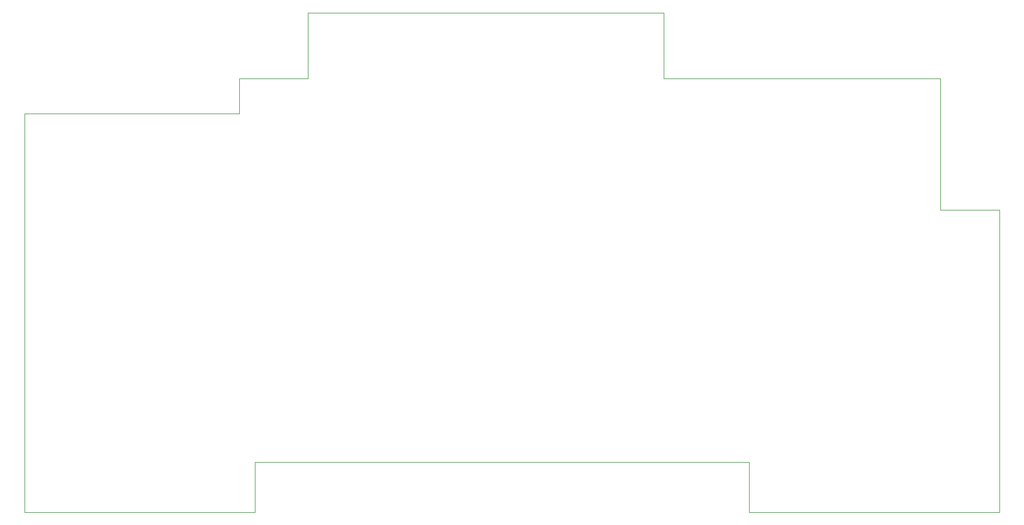
<source format=gbr>
%TF.GenerationSoftware,KiCad,Pcbnew,8.0.1*%
%TF.CreationDate,2024-04-15T10:29:33-04:00*%
%TF.ProjectId,Baja Dashboard Schematic Part 2,42616a61-2044-4617-9368-626f61726420,rev?*%
%TF.SameCoordinates,Original*%
%TF.FileFunction,Profile,NP*%
%FSLAX46Y46*%
G04 Gerber Fmt 4.6, Leading zero omitted, Abs format (unit mm)*
G04 Created by KiCad (PCBNEW 8.0.1) date 2024-04-15 10:29:33*
%MOMM*%
%LPD*%
G01*
G04 APERTURE LIST*
%TA.AperFunction,Profile*%
%ADD10C,0.050000*%
%TD*%
G04 APERTURE END LIST*
D10*
X218000000Y-97000000D02*
X218000000Y-77000000D01*
X114000000Y-143000000D02*
X114000000Y-135400000D01*
X227000000Y-143000000D02*
X227000000Y-97000000D01*
X218000000Y-77000000D02*
X176000000Y-77000000D01*
X114000000Y-135400000D02*
X189000000Y-135400000D01*
X176000000Y-77000000D02*
X176000000Y-67000000D01*
X122000000Y-77000000D02*
X111600000Y-77000000D01*
X189000000Y-143000000D02*
X227000000Y-143000000D01*
X79000000Y-143000000D02*
X114000000Y-143000000D01*
X227000000Y-97000000D02*
X218000000Y-97000000D01*
X122000000Y-67000000D02*
X122000000Y-77000000D01*
X111600000Y-82400000D02*
X111600000Y-77000000D01*
X189000000Y-135400000D02*
X189000000Y-143000000D01*
X79000000Y-82400000D02*
X111600000Y-82400000D01*
X176000000Y-67000000D02*
X122000000Y-67000000D01*
X79000000Y-82400000D02*
X79000000Y-143000000D01*
M02*

</source>
